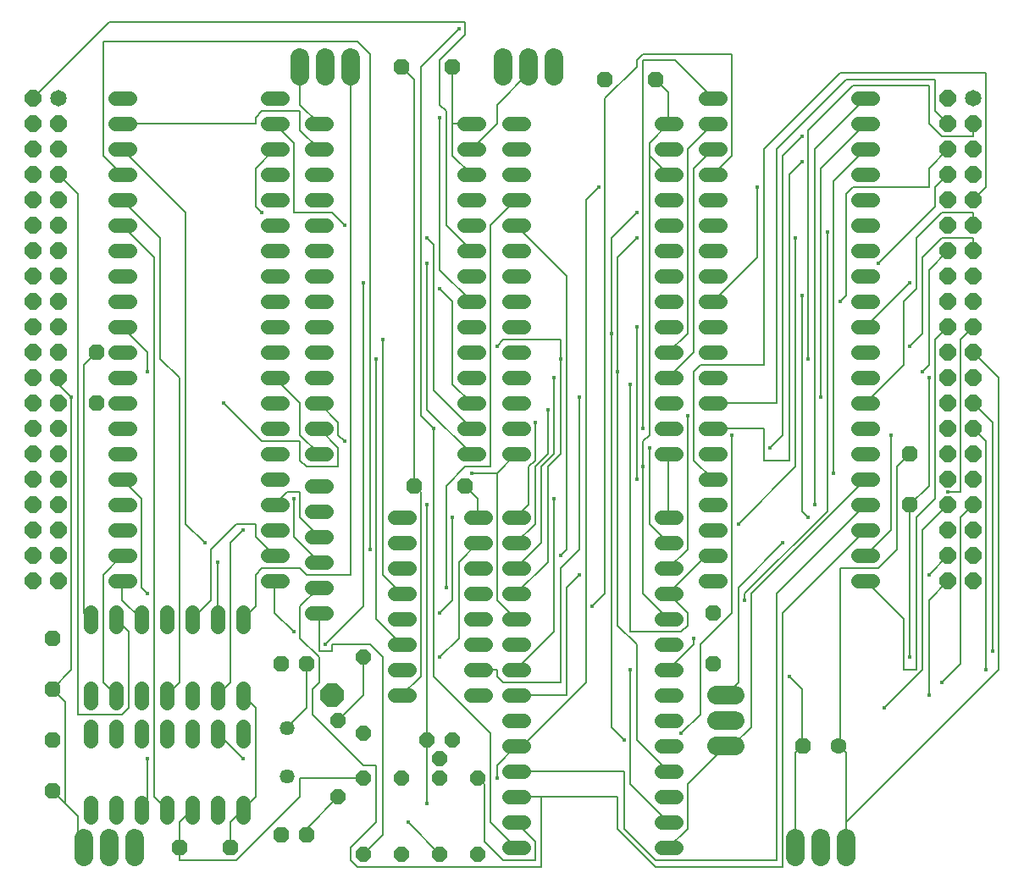
<source format=gbr>
G04 EAGLE Gerber RS-274X export*
G75*
%MOMM*%
%FSLAX34Y34*%
%LPD*%
%INBottom Copper*%
%IPPOS*%
%AMOC8*
5,1,8,0,0,1.08239X$1,22.5*%
G01*
%ADD10C,1.463037*%
%ADD11C,1.645919*%
%ADD12P,1.781526X8X292.500000*%
%ADD13C,1.828800*%
%ADD14C,1.463037*%
%ADD15P,1.583577X8X112.500000*%
%ADD16P,1.732040X8X202.500000*%
%ADD17P,1.583577X8X292.500000*%
%ADD18P,1.583577X8X202.500000*%
%ADD19P,1.732040X8X292.500000*%
%ADD20P,1.732040X8X22.500000*%
%ADD21C,1.600200*%
%ADD22P,2.573315X8X22.500000*%
%ADD23C,0.203200*%
%ADD24C,0.452400*%


D10*
X119685Y774700D02*
X134315Y774700D01*
X134315Y749300D02*
X119685Y749300D01*
X119685Y622300D02*
X134315Y622300D01*
X134315Y596900D02*
X119685Y596900D01*
X119685Y723900D02*
X134315Y723900D01*
X134315Y698500D02*
X119685Y698500D01*
X119685Y647700D02*
X134315Y647700D01*
X134315Y673100D02*
X119685Y673100D01*
X119685Y571500D02*
X134315Y571500D01*
X134315Y546100D02*
X119685Y546100D01*
X119685Y520700D02*
X134315Y520700D01*
X134315Y495300D02*
X119685Y495300D01*
X119685Y469900D02*
X134315Y469900D01*
X134315Y444500D02*
X119685Y444500D01*
X119685Y419100D02*
X134315Y419100D01*
X134315Y393700D02*
X119685Y393700D01*
X119685Y368300D02*
X134315Y368300D01*
X134315Y342900D02*
X119685Y342900D01*
X119685Y317500D02*
X134315Y317500D01*
X134315Y292100D02*
X119685Y292100D01*
X272085Y292100D02*
X286715Y292100D01*
X286715Y317500D02*
X272085Y317500D01*
X272085Y342900D02*
X286715Y342900D01*
X286715Y368300D02*
X272085Y368300D01*
X272085Y393700D02*
X286715Y393700D01*
X286715Y419100D02*
X272085Y419100D01*
X272085Y444500D02*
X286715Y444500D01*
X286715Y469900D02*
X272085Y469900D01*
X272085Y495300D02*
X286715Y495300D01*
X286715Y520700D02*
X272085Y520700D01*
X272085Y546100D02*
X286715Y546100D01*
X286715Y571500D02*
X272085Y571500D01*
X272085Y596900D02*
X286715Y596900D01*
X286715Y622300D02*
X272085Y622300D01*
X272085Y647700D02*
X286715Y647700D01*
X286715Y673100D02*
X272085Y673100D01*
X272085Y698500D02*
X286715Y698500D01*
X286715Y723900D02*
X272085Y723900D01*
X272085Y749300D02*
X286715Y749300D01*
X286715Y774700D02*
X272085Y774700D01*
X316535Y749300D02*
X331165Y749300D01*
X331165Y723900D02*
X316535Y723900D01*
X316535Y698500D02*
X331165Y698500D01*
X331165Y673100D02*
X316535Y673100D01*
X316535Y647700D02*
X331165Y647700D01*
X331165Y622300D02*
X316535Y622300D01*
X316535Y596900D02*
X331165Y596900D01*
X331165Y571500D02*
X316535Y571500D01*
X316535Y546100D02*
X331165Y546100D01*
X331165Y520700D02*
X316535Y520700D01*
X316535Y495300D02*
X331165Y495300D01*
X331165Y469900D02*
X316535Y469900D01*
X316535Y444500D02*
X331165Y444500D01*
X331165Y419100D02*
X316535Y419100D01*
X468935Y419100D02*
X483565Y419100D01*
X483565Y444500D02*
X468935Y444500D01*
X468935Y469900D02*
X483565Y469900D01*
X483565Y495300D02*
X468935Y495300D01*
X468935Y520700D02*
X483565Y520700D01*
X483565Y546100D02*
X468935Y546100D01*
X468935Y571500D02*
X483565Y571500D01*
X483565Y596900D02*
X468935Y596900D01*
X468935Y622300D02*
X483565Y622300D01*
X483565Y647700D02*
X468935Y647700D01*
X468935Y673100D02*
X483565Y673100D01*
X483565Y698500D02*
X468935Y698500D01*
X468935Y723900D02*
X483565Y723900D01*
X483565Y749300D02*
X468935Y749300D01*
X710235Y774700D02*
X724865Y774700D01*
X724865Y749300D02*
X710235Y749300D01*
X710235Y622300D02*
X724865Y622300D01*
X724865Y596900D02*
X710235Y596900D01*
X710235Y723900D02*
X724865Y723900D01*
X724865Y698500D02*
X710235Y698500D01*
X710235Y647700D02*
X724865Y647700D01*
X724865Y673100D02*
X710235Y673100D01*
X710235Y571500D02*
X724865Y571500D01*
X724865Y546100D02*
X710235Y546100D01*
X710235Y520700D02*
X724865Y520700D01*
X724865Y495300D02*
X710235Y495300D01*
X710235Y469900D02*
X724865Y469900D01*
X724865Y444500D02*
X710235Y444500D01*
X710235Y419100D02*
X724865Y419100D01*
X724865Y393700D02*
X710235Y393700D01*
X710235Y368300D02*
X724865Y368300D01*
X724865Y342900D02*
X710235Y342900D01*
X710235Y317500D02*
X724865Y317500D01*
X724865Y292100D02*
X710235Y292100D01*
X862635Y292100D02*
X877265Y292100D01*
X877265Y317500D02*
X862635Y317500D01*
X862635Y342900D02*
X877265Y342900D01*
X877265Y368300D02*
X862635Y368300D01*
X862635Y393700D02*
X877265Y393700D01*
X877265Y419100D02*
X862635Y419100D01*
X862635Y444500D02*
X877265Y444500D01*
X877265Y469900D02*
X862635Y469900D01*
X862635Y495300D02*
X877265Y495300D01*
X877265Y520700D02*
X862635Y520700D01*
X862635Y546100D02*
X877265Y546100D01*
X877265Y571500D02*
X862635Y571500D01*
X862635Y596900D02*
X877265Y596900D01*
X877265Y622300D02*
X862635Y622300D01*
X862635Y647700D02*
X877265Y647700D01*
X877265Y673100D02*
X862635Y673100D01*
X862635Y698500D02*
X877265Y698500D01*
X877265Y723900D02*
X862635Y723900D01*
X862635Y749300D02*
X877265Y749300D01*
X877265Y774700D02*
X862635Y774700D01*
D11*
X63500Y774700D03*
D12*
X38100Y774700D03*
X63500Y749300D03*
X38100Y749300D03*
X63500Y723900D03*
X38100Y723900D03*
X63500Y698500D03*
X38100Y698500D03*
X63500Y673100D03*
X38100Y673100D03*
X63500Y647700D03*
X38100Y647700D03*
X63500Y622300D03*
X38100Y622300D03*
X63500Y596900D03*
X38100Y596900D03*
X63500Y571500D03*
X38100Y571500D03*
X63500Y546100D03*
X38100Y546100D03*
X63500Y520700D03*
X38100Y520700D03*
X63500Y495300D03*
X38100Y495300D03*
X63500Y469900D03*
X38100Y469900D03*
X63500Y444500D03*
X38100Y444500D03*
X63500Y419100D03*
X38100Y419100D03*
X63500Y393700D03*
X38100Y393700D03*
X63500Y368300D03*
X38100Y368300D03*
X63500Y342900D03*
X38100Y342900D03*
X63500Y317500D03*
X38100Y317500D03*
X63500Y292100D03*
X38100Y292100D03*
D13*
X304800Y797306D02*
X304800Y815594D01*
X330200Y815594D02*
X330200Y797306D01*
X355600Y797306D02*
X355600Y815594D01*
D11*
X977900Y774700D03*
D12*
X952500Y774700D03*
X977900Y749300D03*
X952500Y749300D03*
X977900Y723900D03*
X952500Y723900D03*
X977900Y698500D03*
X952500Y698500D03*
X977900Y673100D03*
X952500Y673100D03*
X977900Y647700D03*
X952500Y647700D03*
X977900Y622300D03*
X952500Y622300D03*
X977900Y596900D03*
X952500Y596900D03*
X977900Y571500D03*
X952500Y571500D03*
X977900Y546100D03*
X952500Y546100D03*
X977900Y520700D03*
X952500Y520700D03*
X977900Y495300D03*
X952500Y495300D03*
X977900Y469900D03*
X952500Y469900D03*
X977900Y444500D03*
X952500Y444500D03*
X977900Y419100D03*
X952500Y419100D03*
X977900Y393700D03*
X952500Y393700D03*
X977900Y368300D03*
X952500Y368300D03*
X977900Y342900D03*
X952500Y342900D03*
X977900Y317500D03*
X952500Y317500D03*
X977900Y292100D03*
X952500Y292100D03*
D10*
X95250Y185115D02*
X95250Y170485D01*
X120650Y170485D02*
X120650Y185115D01*
X247650Y185115D02*
X247650Y170485D01*
X247650Y246685D02*
X247650Y261315D01*
X146050Y185115D02*
X146050Y170485D01*
X171450Y170485D02*
X171450Y185115D01*
X222250Y185115D02*
X222250Y170485D01*
X196850Y170485D02*
X196850Y185115D01*
X222250Y246685D02*
X222250Y261315D01*
X196850Y261315D02*
X196850Y246685D01*
X171450Y246685D02*
X171450Y261315D01*
X146050Y261315D02*
X146050Y246685D01*
X120650Y246685D02*
X120650Y261315D01*
X95250Y261315D02*
X95250Y246685D01*
X95250Y70815D02*
X95250Y56185D01*
X120650Y56185D02*
X120650Y70815D01*
X247650Y70815D02*
X247650Y56185D01*
X247650Y132385D02*
X247650Y147015D01*
X146050Y70815D02*
X146050Y56185D01*
X171450Y56185D02*
X171450Y70815D01*
X222250Y70815D02*
X222250Y56185D01*
X196850Y56185D02*
X196850Y70815D01*
X222250Y132385D02*
X222250Y147015D01*
X196850Y147015D02*
X196850Y132385D01*
X171450Y132385D02*
X171450Y147015D01*
X146050Y147015D02*
X146050Y132385D01*
X120650Y132385D02*
X120650Y147015D01*
X95250Y147015D02*
X95250Y132385D01*
X399085Y355600D02*
X413715Y355600D01*
X413715Y330200D02*
X399085Y330200D01*
X399085Y203200D02*
X413715Y203200D01*
X413715Y177800D02*
X399085Y177800D01*
X399085Y304800D02*
X413715Y304800D01*
X413715Y279400D02*
X399085Y279400D01*
X399085Y228600D02*
X413715Y228600D01*
X413715Y254000D02*
X399085Y254000D01*
X475285Y177800D02*
X489915Y177800D01*
X489915Y203200D02*
X475285Y203200D01*
X475285Y228600D02*
X489915Y228600D01*
X489915Y254000D02*
X475285Y254000D01*
X475285Y279400D02*
X489915Y279400D01*
X489915Y304800D02*
X475285Y304800D01*
X475285Y330200D02*
X489915Y330200D01*
X489915Y355600D02*
X475285Y355600D01*
D14*
X292100Y96520D03*
X292100Y144780D03*
D15*
X342900Y76200D03*
X342900Y152400D03*
D16*
X311150Y38100D03*
X285750Y38100D03*
X311150Y209550D03*
X285750Y209550D03*
D17*
X368300Y95250D03*
X368300Y19050D03*
D18*
X431800Y133350D03*
X444500Y114300D03*
X457200Y133350D03*
D15*
X444500Y19050D03*
X444500Y95250D03*
D10*
X331165Y260350D02*
X316535Y260350D01*
X316535Y285750D02*
X331165Y285750D01*
X331165Y311150D02*
X316535Y311150D01*
X316535Y336550D02*
X331165Y336550D01*
X331165Y361950D02*
X316535Y361950D01*
X316535Y387350D02*
X331165Y387350D01*
D19*
X101600Y520700D03*
X101600Y469900D03*
D16*
X457200Y806450D03*
X406400Y806450D03*
X660400Y793750D03*
X609600Y793750D03*
D19*
X914400Y419100D03*
X914400Y368300D03*
X57150Y234950D03*
X57150Y184150D03*
X57150Y133350D03*
X57150Y82550D03*
D16*
X469900Y387350D03*
X419100Y387350D03*
D17*
X368300Y215900D03*
X368300Y139700D03*
D13*
X850900Y34544D02*
X850900Y16256D01*
X825500Y16256D02*
X825500Y34544D01*
X800100Y34544D02*
X800100Y16256D01*
X88900Y16256D02*
X88900Y34544D01*
X114300Y34544D02*
X114300Y16256D01*
X139700Y16256D02*
X139700Y34544D01*
D17*
X406400Y95250D03*
X406400Y19050D03*
D13*
X508000Y797306D02*
X508000Y815594D01*
X533400Y815594D02*
X533400Y797306D01*
X558800Y797306D02*
X558800Y815594D01*
D10*
X528015Y355600D02*
X513385Y355600D01*
X513385Y330200D02*
X528015Y330200D01*
X528015Y203200D02*
X513385Y203200D01*
X513385Y177800D02*
X528015Y177800D01*
X528015Y304800D02*
X513385Y304800D01*
X513385Y279400D02*
X528015Y279400D01*
X528015Y228600D02*
X513385Y228600D01*
X513385Y254000D02*
X528015Y254000D01*
X528015Y152400D02*
X513385Y152400D01*
X513385Y127000D02*
X528015Y127000D01*
X528015Y101600D02*
X513385Y101600D01*
X513385Y76200D02*
X528015Y76200D01*
X528015Y50800D02*
X513385Y50800D01*
X513385Y25400D02*
X528015Y25400D01*
X665785Y25400D02*
X680415Y25400D01*
X680415Y50800D02*
X665785Y50800D01*
X665785Y76200D02*
X680415Y76200D01*
X680415Y101600D02*
X665785Y101600D01*
X665785Y127000D02*
X680415Y127000D01*
X680415Y152400D02*
X665785Y152400D01*
X665785Y177800D02*
X680415Y177800D01*
X680415Y203200D02*
X665785Y203200D01*
X665785Y228600D02*
X680415Y228600D01*
X680415Y254000D02*
X665785Y254000D01*
X665785Y279400D02*
X680415Y279400D01*
X680415Y304800D02*
X665785Y304800D01*
X665785Y330200D02*
X680415Y330200D01*
X680415Y355600D02*
X665785Y355600D01*
D19*
X717550Y260350D03*
X717550Y209550D03*
D17*
X482600Y95250D03*
X482600Y19050D03*
D20*
X184150Y25400D03*
X234950Y25400D03*
D13*
X721106Y127000D02*
X739394Y127000D01*
X739394Y152400D02*
X721106Y152400D01*
X721106Y177800D02*
X739394Y177800D01*
D10*
X528015Y749300D02*
X513385Y749300D01*
X513385Y723900D02*
X528015Y723900D01*
X528015Y698500D02*
X513385Y698500D01*
X513385Y673100D02*
X528015Y673100D01*
X528015Y647700D02*
X513385Y647700D01*
X513385Y622300D02*
X528015Y622300D01*
X528015Y596900D02*
X513385Y596900D01*
X513385Y571500D02*
X528015Y571500D01*
X528015Y546100D02*
X513385Y546100D01*
X513385Y520700D02*
X528015Y520700D01*
X528015Y495300D02*
X513385Y495300D01*
X513385Y469900D02*
X528015Y469900D01*
X528015Y444500D02*
X513385Y444500D01*
X513385Y419100D02*
X528015Y419100D01*
X665785Y419100D02*
X680415Y419100D01*
X680415Y444500D02*
X665785Y444500D01*
X665785Y469900D02*
X680415Y469900D01*
X680415Y495300D02*
X665785Y495300D01*
X665785Y520700D02*
X680415Y520700D01*
X680415Y546100D02*
X665785Y546100D01*
X665785Y571500D02*
X680415Y571500D01*
X680415Y596900D02*
X665785Y596900D01*
X665785Y622300D02*
X680415Y622300D01*
X680415Y647700D02*
X665785Y647700D01*
X665785Y673100D02*
X680415Y673100D01*
X680415Y698500D02*
X665785Y698500D01*
X665785Y723900D02*
X680415Y723900D01*
X680415Y749300D02*
X665785Y749300D01*
D16*
X807720Y127000D03*
D21*
X843280Y127000D03*
D22*
X336550Y177800D03*
D23*
X501650Y273050D02*
X520700Y254000D01*
X501650Y273050D02*
X501650Y400050D01*
X520700Y419100D01*
X304800Y469900D02*
X279400Y495300D01*
X304800Y469900D02*
X304800Y438150D01*
X323850Y419100D01*
X476250Y400050D02*
X501650Y400050D01*
X419100Y793750D02*
X406400Y806450D01*
X419100Y793750D02*
X419100Y387350D01*
X914400Y368300D02*
X933450Y387350D01*
X933450Y495300D01*
X806450Y127000D02*
X800100Y120650D01*
X800100Y25400D01*
X806450Y184150D02*
X793750Y196850D01*
X806450Y184150D02*
X806450Y127000D01*
X807720Y127000D01*
X247650Y63500D02*
X234950Y50800D01*
X234950Y25400D01*
X76200Y476250D02*
X63500Y488950D01*
X63500Y495300D01*
X69850Y69850D02*
X82550Y57150D01*
X69850Y69850D02*
X57150Y82550D01*
X82550Y57150D02*
X82550Y31750D01*
X88900Y25400D01*
X69850Y171450D02*
X57150Y184150D01*
X69850Y171450D02*
X69850Y69850D01*
X76200Y203200D02*
X76200Y476250D01*
X76200Y203200D02*
X57150Y184150D01*
X247650Y177800D02*
X260350Y165100D01*
X260350Y76200D01*
X247650Y63500D01*
X914400Y215900D02*
X914400Y368300D01*
X425450Y381000D02*
X419100Y387350D01*
X425450Y381000D02*
X425450Y196850D01*
X406400Y177800D01*
D24*
X476250Y400050D03*
X933450Y495300D03*
X793750Y196850D03*
X76200Y476250D03*
X914400Y215900D03*
D23*
X323850Y749300D02*
X304800Y768350D01*
X304800Y806450D01*
X457200Y717550D02*
X476250Y698500D01*
X457200Y749300D02*
X457200Y806450D01*
X457200Y749300D02*
X457200Y717550D01*
X457200Y749300D02*
X476250Y749300D01*
X654050Y717550D02*
X673100Y698500D01*
X654050Y717550D02*
X654050Y730250D01*
X673100Y749300D01*
X673100Y781050D02*
X660400Y793750D01*
X673100Y781050D02*
X673100Y749300D01*
X647700Y279400D02*
X673100Y254000D01*
X647700Y406400D02*
X647700Y431800D01*
X647700Y406400D02*
X647700Y279400D01*
X647700Y431800D02*
X654050Y438150D01*
X654050Y717550D01*
X844550Y127000D02*
X850900Y120650D01*
X850900Y50800D02*
X850900Y25400D01*
X850900Y50800D02*
X850900Y120650D01*
X1003300Y495300D02*
X977900Y520700D01*
X1003300Y495300D02*
X1003300Y203200D01*
X850900Y50800D01*
X901700Y406400D02*
X914400Y419100D01*
X901700Y406400D02*
X901700Y323850D01*
X882650Y304800D01*
X844550Y304800D01*
X844550Y127000D01*
X843280Y127000D01*
X101600Y520700D02*
X88900Y508000D01*
X88900Y260350D01*
X95250Y254000D01*
X469900Y387350D02*
X482600Y374650D01*
X482600Y355600D01*
X387350Y38100D02*
X368300Y19050D01*
X387350Y38100D02*
X387350Y215900D01*
X374650Y228600D01*
X336550Y228600D01*
X336550Y222250D01*
X323850Y222250D01*
X323850Y260350D01*
D24*
X647700Y406400D03*
D23*
X495300Y50800D02*
X520700Y25400D01*
X495300Y50800D02*
X495300Y139700D01*
X438150Y196850D01*
X438150Y444500D01*
X425450Y806450D02*
X463550Y844550D01*
X425450Y806450D02*
X425450Y457200D01*
X438150Y444500D01*
D24*
X438150Y444500D03*
X463550Y844550D03*
D23*
X107950Y190500D02*
X120650Y177800D01*
X107950Y190500D02*
X107950Y298450D01*
X127000Y317500D01*
X222250Y311150D02*
X222250Y254000D01*
D24*
X222250Y311150D03*
D23*
X146050Y254000D02*
X127000Y273050D01*
X127000Y292100D01*
X501650Y107950D02*
X520700Y127000D01*
X501650Y107950D02*
X501650Y95250D01*
X590550Y673100D02*
X603250Y685800D01*
X590550Y673100D02*
X590550Y190500D01*
X527050Y127000D01*
X520700Y127000D01*
D24*
X501650Y95250D03*
X603250Y685800D03*
D23*
X279400Y260350D02*
X298450Y241300D01*
X279400Y260350D02*
X279400Y292100D01*
X831850Y361950D02*
X831850Y641350D01*
X831850Y361950D02*
X749300Y279400D01*
X749300Y273050D01*
D24*
X298450Y241300D03*
X831850Y641350D03*
X749300Y273050D03*
D23*
X215900Y273050D02*
X196850Y254000D01*
X215900Y273050D02*
X215900Y323850D01*
X241300Y349250D01*
X260350Y349250D01*
X260350Y336550D01*
X279400Y317500D01*
X279400Y368300D02*
X292100Y381000D01*
X304800Y381000D01*
X304800Y355600D01*
X323850Y336550D01*
X152400Y279400D02*
X146050Y285750D01*
X146050Y374650D01*
X127000Y393700D01*
X546100Y76200D02*
X622300Y76200D01*
X546100Y76200D02*
X520700Y76200D01*
X622300Y76200D02*
X622300Y44450D01*
X660400Y6350D01*
X787400Y6350D01*
X787400Y260350D01*
X869950Y342900D01*
X323850Y285750D02*
X304800Y266700D01*
X304800Y234950D01*
X323850Y215900D01*
X323850Y190500D01*
X317500Y184150D01*
X317500Y158750D01*
X368300Y107950D01*
X381000Y107950D01*
X381000Y50800D01*
X355600Y25400D01*
X355600Y12700D01*
X361950Y6350D01*
X546100Y6350D01*
X546100Y76200D01*
D24*
X152400Y279400D03*
D23*
X298450Y336550D02*
X323850Y311150D01*
X298450Y336550D02*
X298450Y374650D01*
D24*
X298450Y374650D03*
D23*
X431800Y133350D02*
X431800Y69850D01*
X431800Y133350D02*
X431800Y368300D01*
D24*
X431800Y69850D03*
X431800Y368300D03*
D23*
X755650Y279400D02*
X869950Y393700D01*
X755650Y279400D02*
X755650Y146050D01*
X736600Y127000D01*
X730250Y127000D01*
X158750Y615950D02*
X127000Y647700D01*
X158750Y615950D02*
X158750Y76200D01*
X171450Y63500D01*
X692150Y88900D02*
X730250Y127000D01*
X692150Y88900D02*
X692150Y44450D01*
X673100Y25400D01*
X673100Y101600D02*
X641350Y133350D01*
X641350Y228600D01*
X622300Y247650D01*
X622300Y501650D01*
X622300Y615950D02*
X641350Y635000D01*
X622300Y615950D02*
X622300Y501650D01*
D24*
X622300Y501650D03*
X641350Y635000D03*
D23*
X615950Y146050D02*
X628650Y133350D01*
X615950Y146050D02*
X615950Y539750D01*
X615950Y635000D02*
X641350Y660400D01*
X615950Y635000D02*
X615950Y539750D01*
D24*
X628650Y133350D03*
X615950Y539750D03*
X641350Y660400D03*
D23*
X571500Y323850D02*
X565150Y317500D01*
X571500Y323850D02*
X571500Y596900D01*
X520700Y647700D01*
D24*
X565150Y317500D03*
D23*
X133350Y241300D02*
X120650Y254000D01*
X133350Y241300D02*
X133350Y165100D01*
X127000Y158750D01*
X82550Y158750D01*
X82550Y679450D01*
X63500Y698500D01*
X260350Y666750D02*
X266700Y660400D01*
X260350Y666750D02*
X260350Y704850D01*
X279400Y723900D01*
D24*
X266700Y660400D03*
D23*
X336550Y660400D02*
X349250Y647700D01*
X336550Y660400D02*
X298450Y660400D01*
X298450Y730250D01*
X279400Y749300D01*
D24*
X349250Y647700D03*
D23*
X444500Y603250D02*
X476250Y571500D01*
X444500Y603250D02*
X444500Y755650D01*
D24*
X444500Y755650D03*
D23*
X114300Y850900D02*
X38100Y774700D01*
X114300Y850900D02*
X469900Y850900D01*
X469900Y838200D01*
X444500Y812800D01*
X444500Y768350D01*
X450850Y762000D01*
X450850Y647700D01*
X476250Y622300D01*
X260350Y749300D02*
X127000Y749300D01*
X260350Y749300D02*
X260350Y755650D01*
X266700Y762000D01*
X304800Y762000D01*
X304800Y742950D01*
X323850Y723900D01*
X190500Y349250D02*
X209550Y330200D01*
X190500Y349250D02*
X190500Y660400D01*
X127000Y723900D01*
D24*
X209550Y330200D03*
D23*
X374650Y323850D02*
X374650Y819150D01*
X361950Y831850D01*
X107950Y831850D01*
X107950Y717550D01*
X127000Y698500D01*
D24*
X374650Y323850D03*
D23*
X184150Y190500D02*
X171450Y177800D01*
X184150Y190500D02*
X184150Y495300D01*
X165100Y514350D01*
X165100Y635000D01*
X127000Y673100D01*
X673100Y279400D02*
X711200Y317500D01*
X717550Y317500D01*
X673100Y279400D02*
X692150Y260350D01*
X692150Y247650D01*
X685800Y241300D01*
X635000Y241300D01*
X635000Y488950D01*
D24*
X635000Y488950D03*
D23*
X692150Y323850D02*
X673100Y304800D01*
X692150Y323850D02*
X692150Y457200D01*
X349250Y431800D02*
X342900Y438150D01*
X342900Y450850D01*
X323850Y469900D01*
D24*
X692150Y457200D03*
X349250Y431800D03*
D23*
X654050Y349250D02*
X673100Y330200D01*
X654050Y349250D02*
X654050Y425450D01*
X717550Y774700D02*
X679450Y812800D01*
X647700Y812800D01*
X647700Y444500D01*
X266700Y431800D02*
X228600Y469900D01*
X266700Y431800D02*
X304800Y431800D01*
X304800Y412750D01*
X311150Y406400D01*
X342900Y406400D01*
X342900Y425450D01*
X323850Y444500D01*
D24*
X654050Y425450D03*
X647700Y444500D03*
X228600Y469900D03*
D23*
X673100Y419100D02*
X673100Y355600D01*
X819150Y723900D02*
X869950Y774700D01*
X819150Y723900D02*
X819150Y368300D01*
X431800Y463550D02*
X431800Y609600D01*
X431800Y463550D02*
X476250Y419100D01*
D24*
X819150Y368300D03*
X431800Y609600D03*
D23*
X533400Y368300D02*
X520700Y355600D01*
X533400Y368300D02*
X533400Y406400D01*
X539750Y412750D01*
X539750Y450850D01*
X825500Y704850D02*
X869950Y749300D01*
X825500Y704850D02*
X825500Y476250D01*
X438150Y628650D02*
X431800Y635000D01*
X438150Y628650D02*
X438150Y482600D01*
X476250Y444500D01*
D24*
X539750Y450850D03*
X825500Y476250D03*
X431800Y635000D03*
D23*
X539750Y349250D02*
X520700Y330200D01*
X539750Y349250D02*
X539750Y406400D01*
X552450Y419100D01*
X552450Y463550D01*
X838200Y692150D02*
X869950Y723900D01*
X838200Y692150D02*
X838200Y400050D01*
X457200Y571500D02*
X444500Y584200D01*
X457200Y571500D02*
X457200Y488950D01*
X476250Y469900D01*
D24*
X552450Y463550D03*
X838200Y400050D03*
X444500Y584200D03*
D23*
X546100Y330200D02*
X520700Y304800D01*
X546100Y330200D02*
X546100Y406400D01*
X558800Y419100D01*
X558800Y495300D01*
X698500Y704850D02*
X717550Y723900D01*
X698500Y704850D02*
X698500Y520700D01*
X673100Y495300D01*
X152400Y520700D02*
X127000Y546100D01*
X152400Y520700D02*
X152400Y501650D01*
D24*
X558800Y495300D03*
X152400Y501650D03*
D23*
X520700Y279400D02*
X552450Y311150D01*
X552450Y406400D01*
X565150Y419100D01*
X565150Y514350D01*
X508000Y533400D02*
X501650Y527050D01*
X508000Y533400D02*
X565150Y533400D01*
X565150Y514350D01*
X692150Y723900D02*
X717550Y749300D01*
X692150Y723900D02*
X692150Y539750D01*
X673100Y520700D01*
D24*
X565150Y514350D03*
X501650Y527050D03*
D23*
X450850Y387350D02*
X450850Y285750D01*
X450850Y387350D02*
X469900Y406400D01*
X495300Y406400D01*
X495300Y647700D01*
X520700Y673100D01*
D24*
X450850Y285750D03*
D23*
X368300Y266700D02*
X330200Y228600D01*
X368300Y266700D02*
X368300Y590550D01*
X806450Y361950D02*
X812800Y355600D01*
X806450Y361950D02*
X806450Y577850D01*
D24*
X330200Y228600D03*
X368300Y590550D03*
X812800Y355600D03*
X806450Y577850D03*
D23*
X260350Y266700D02*
X247650Y254000D01*
X260350Y266700D02*
X260350Y298450D01*
X266700Y304800D01*
X304800Y304800D01*
X311150Y298450D01*
X355600Y298450D01*
X355600Y806450D01*
X933450Y298450D02*
X952500Y317500D01*
D24*
X933450Y298450D03*
D23*
X406400Y279400D02*
X387350Y298450D01*
X387350Y533400D01*
D24*
X387350Y533400D03*
D23*
X457200Y273050D02*
X444500Y260350D01*
X457200Y273050D02*
X457200Y355600D01*
X641350Y393700D02*
X641350Y546100D01*
D24*
X444500Y260350D03*
X457200Y355600D03*
X641350Y393700D03*
X641350Y546100D03*
D23*
X609600Y279400D02*
X596900Y266700D01*
X609600Y279400D02*
X609600Y774700D01*
X641350Y806450D01*
X641350Y812800D01*
X647700Y819150D01*
X736600Y819150D01*
X736600Y717550D01*
X717550Y698500D01*
D24*
X596900Y266700D03*
D23*
X635000Y88900D02*
X673100Y50800D01*
X635000Y88900D02*
X635000Y203200D01*
D24*
X635000Y203200D03*
D23*
X628650Y101600D02*
X520700Y101600D01*
X628650Y101600D02*
X628650Y44450D01*
X660400Y12700D01*
X781050Y12700D01*
X781050Y279400D01*
X869950Y368300D01*
X895350Y342900D02*
X869950Y317500D01*
X895350Y342900D02*
X895350Y438150D01*
D24*
X895350Y438150D03*
D23*
X501650Y203200D02*
X482600Y203200D01*
X501650Y203200D02*
X501650Y196850D01*
X508000Y190500D01*
X565150Y190500D01*
X565150Y304800D01*
X584200Y323850D01*
X584200Y476250D01*
D24*
X584200Y476250D03*
D23*
X774700Y425450D02*
X787400Y438150D01*
X787400Y717550D01*
X806450Y736600D01*
D24*
X774700Y425450D03*
X806450Y736600D03*
D23*
X768350Y444500D02*
X717550Y444500D01*
X768350Y444500D02*
X768350Y412750D01*
X793750Y412750D01*
X793750Y698500D01*
X806450Y711200D01*
D24*
X806450Y711200D03*
D23*
X781050Y469900D02*
X717550Y469900D01*
X781050Y469900D02*
X781050Y723900D01*
X850900Y793750D01*
X939800Y793750D01*
X939800Y762000D01*
X952500Y749300D01*
X812800Y742950D02*
X812800Y514350D01*
X812800Y742950D02*
X857250Y787400D01*
X933450Y787400D01*
X933450Y749300D01*
X946150Y736600D01*
X977900Y736600D01*
X977900Y749300D01*
D24*
X812800Y514350D03*
D23*
X844550Y571500D02*
X850900Y577850D01*
X850900Y679450D01*
X857250Y685800D01*
X933450Y685800D01*
X933450Y704850D01*
X952500Y723900D01*
D24*
X844550Y571500D03*
D23*
X762000Y615950D02*
X717550Y571500D01*
X762000Y615950D02*
X762000Y685800D01*
D24*
X762000Y685800D03*
D23*
X882650Y609600D02*
X939800Y666750D01*
X939800Y685800D01*
X952500Y698500D01*
D24*
X882650Y609600D03*
D23*
X800100Y406400D02*
X742950Y349250D01*
X800100Y406400D02*
X800100Y635000D01*
D24*
X742950Y349250D03*
X800100Y635000D03*
D23*
X698500Y412750D02*
X717550Y393700D01*
X698500Y412750D02*
X698500Y501650D01*
X704850Y508000D01*
X768350Y508000D01*
X768350Y723900D01*
X844550Y800100D01*
X990600Y800100D01*
X990600Y685800D01*
X977900Y673100D01*
X908050Y508000D02*
X869950Y469900D01*
X908050Y508000D02*
X908050Y571500D01*
X920750Y584200D01*
X920750Y635000D01*
X946150Y660400D01*
X977900Y660400D01*
X977900Y647700D01*
X933450Y508000D02*
X927100Y501650D01*
X933450Y508000D02*
X933450Y603250D01*
X952500Y622300D01*
D24*
X927100Y501650D03*
D23*
X914400Y527050D02*
X927100Y539750D01*
X927100Y615950D01*
X946150Y635000D01*
X977900Y635000D01*
X977900Y622300D01*
D24*
X914400Y527050D03*
D23*
X869950Y546100D02*
X914400Y590550D01*
D24*
X914400Y590550D03*
D23*
X869950Y292100D02*
X908050Y254000D01*
X908050Y203200D01*
X920750Y203200D01*
X920750Y355600D01*
X939800Y374650D01*
X939800Y533400D01*
X952500Y546100D01*
X952500Y381000D02*
X965200Y381000D01*
X965200Y533400D01*
X977900Y546100D01*
D24*
X952500Y381000D03*
D23*
X996950Y450850D02*
X996950Y222250D01*
X996950Y450850D02*
X977900Y469900D01*
D24*
X996950Y222250D03*
D23*
X406400Y228600D02*
X381000Y254000D01*
X381000Y514350D01*
D24*
X381000Y514350D03*
D23*
X704850Y158750D02*
X685800Y139700D01*
X704850Y158750D02*
X704850Y228600D01*
X736600Y260350D01*
X736600Y438150D01*
D24*
X685800Y139700D03*
X736600Y438150D03*
D23*
X342900Y76200D02*
X311150Y44450D01*
X311150Y38100D01*
X412750Y50800D02*
X444500Y19050D01*
D24*
X412750Y50800D03*
D23*
X196850Y63500D02*
X184150Y50800D01*
X184150Y25400D01*
X304800Y95250D02*
X368300Y95250D01*
X304800Y95250D02*
X304800Y76200D01*
X241300Y12700D01*
X184150Y12700D01*
X184150Y25400D01*
X444500Y215900D02*
X463550Y234950D01*
X463550Y311150D01*
X482600Y330200D01*
D24*
X444500Y215900D03*
D23*
X234950Y190500D02*
X222250Y177800D01*
X234950Y190500D02*
X234950Y330200D01*
X247650Y342900D01*
D24*
X247650Y342900D03*
D23*
X222250Y139700D02*
X247650Y114300D01*
X933450Y273050D02*
X952500Y292100D01*
X933450Y273050D02*
X933450Y177800D01*
D24*
X247650Y114300D03*
X933450Y177800D03*
D23*
X476250Y723900D02*
X501650Y749300D01*
X501650Y768350D01*
X533400Y800100D01*
X533400Y806450D01*
X482600Y95250D02*
X488950Y88900D01*
X488950Y31750D01*
X508000Y12700D01*
X539750Y12700D01*
X539750Y31750D01*
X520700Y50800D01*
X977900Y444500D02*
X990600Y431800D01*
X990600Y203200D01*
D24*
X990600Y203200D03*
D23*
X558800Y241300D02*
X520700Y203200D01*
X558800Y241300D02*
X558800Y374650D01*
D24*
X558800Y374650D03*
D23*
X698500Y228600D02*
X673100Y203200D01*
X698500Y228600D02*
X698500Y234950D01*
D24*
X698500Y234950D03*
D23*
X571500Y177800D02*
X520700Y177800D01*
X571500Y177800D02*
X571500Y285750D01*
X584200Y298450D01*
D24*
X584200Y298450D03*
D23*
X946150Y190500D02*
X965200Y209550D01*
X965200Y355600D01*
X977900Y368300D01*
D24*
X946150Y190500D03*
D23*
X927100Y203200D02*
X889000Y165100D01*
X927100Y203200D02*
X927100Y342900D01*
X952500Y368300D01*
D24*
X889000Y165100D03*
D23*
X742950Y285750D02*
X787400Y330200D01*
X742950Y285750D02*
X742950Y190500D01*
X730250Y177800D01*
D24*
X787400Y330200D03*
D23*
X311150Y165100D02*
X292100Y146050D01*
X311150Y165100D02*
X311150Y209550D01*
X292100Y146050D02*
X292100Y144780D01*
X342900Y152400D02*
X368300Y177800D01*
X368300Y215900D01*
X152400Y69850D02*
X146050Y63500D01*
X152400Y69850D02*
X152400Y114300D01*
D24*
X152400Y114300D03*
M02*

</source>
